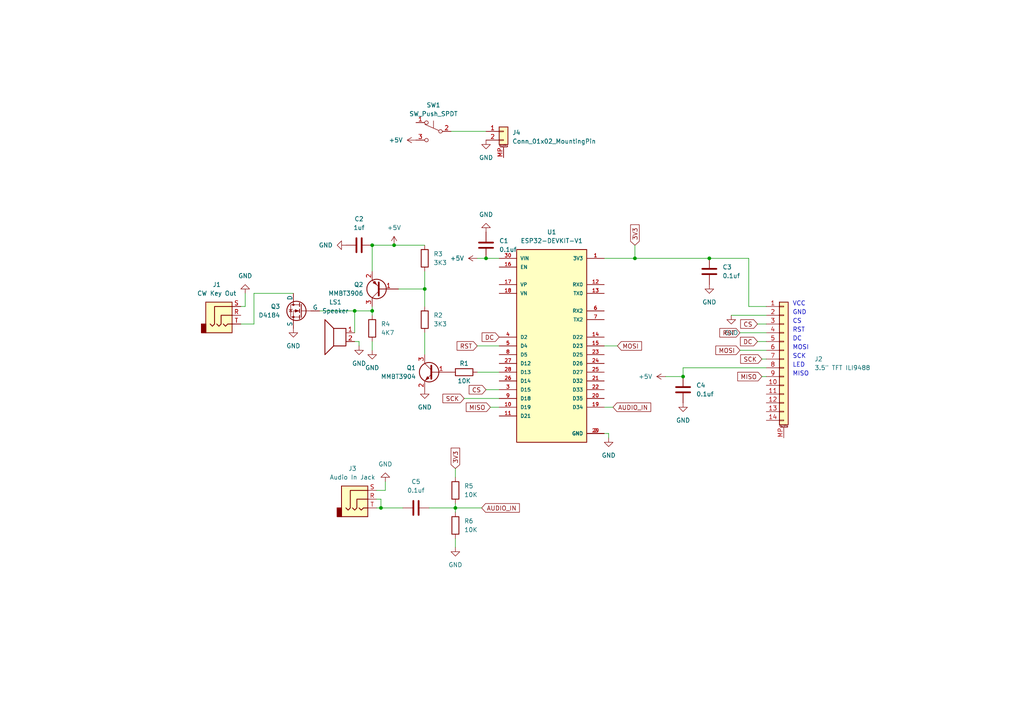
<source format=kicad_sch>
(kicad_sch (version 20230121) (generator eeschema)
  (paper "A4")
  (title_block (title "ESP32 Bluetooth Keyboard CW Keyer") (date "2024-12-27") (rev "2") (comment 1 "SMD PCD by atoughram") (comment 2 "Forked from jmharvey1"))
  (lib_symbols
    (symbol "Connector_Audio:AudioJack3"
      (property "Reference" "J" (at 0 8.89 0))
      (property "Value" "AudioJack3" (at 0 6.35 0))
      (symbol "AudioJack3_0_1"
        (rectangle (start -5.08 -5.08) (end -6.35 -2.54) (stroke (width 0.254)) (fill (type outline)))
        (polyline (pts (xy 0 -2.54) (xy 0.635 -3.175) (xy 1.27 -2.54) (xy 2.54 -2.54)) (stroke (width 0.254)))
        (polyline (pts (xy -1.905 -2.54) (xy -1.27 -3.175) (xy -0.635 -2.54) (xy -0.635 0) (xy 2.54 0)) (stroke (width 0.254)))
        (polyline (pts (xy 2.54 2.54) (xy -2.54 2.54) (xy -2.54 -2.54) (xy -3.175 -3.175) (xy -3.81 -2.54)) (stroke (width 0.254)))
        (rectangle (start 2.54 3.81) (end -5.08 -5.08) (stroke (width 0.254)) (fill (type background)))
      )
      (symbol "AudioJack3_1_1"
        (pin passive line (at 5.08 0 180) (length 2.54) (name "~") (number "R"))
        (pin passive line (at 5.08 2.54 180) (length 2.54) (name "~") (number "S"))
        (pin passive line (at 5.08 -2.54 180) (length 2.54) (name "~") (number "T"))
      )
    )
    (symbol "Connector_Generic_MountingPin:Conn_01x02_MountingPin" (pin_names (offset 1.016) hide)
      (property "Reference" "J" (at 0 2.54 0))
      (property "Value" "Conn_01x02_MountingPin" (at 1.27 -5.08 0))
      (symbol "Conn_01x02_MountingPin_1_1"
        (rectangle (start -1.27 -2.413) (end 0 -2.667) (stroke (width 0.1524)))
        (rectangle (start -1.27 0.127) (end 0 -0.127) (stroke (width 0.1524)))
        (rectangle (start -1.27 1.27) (end 1.27 -3.81) (stroke (width 0.254)) (fill (type background)))
        (polyline (pts (xy -1.016 -4.572) (xy 1.016 -4.572)) (stroke (width 0.1524)))
        (text "Mounting" (at 0 -4.191 0) (effects (font (size 0.381 0.381))))
        (pin passive line (at -5.08 0 0) (length 3.81) (name "Pin_1") (number "1"))
        (pin passive line (at -5.08 -2.54 0) (length 3.81) (name "Pin_2") (number "2"))
        (pin passive line (at 0 -7.62 90) (length 3.048) (name "MountPin") (number "MP"))
      )
    )
    (symbol "Connector_Generic_MountingPin:Conn_01x14_MountingPin" (pin_names (offset 1.016) hide)
      (property "Reference" "J" (at 0 17.78 0))
      (property "Value" "Conn_01x14_MountingPin" (at 1.27 -20.32 0))
      (symbol "Conn_01x14_MountingPin_1_1"
        (rectangle (start -1.27 -17.653) (end 0 -17.907) (stroke (width 0.1524)))
        (rectangle (start -1.27 -15.113) (end 0 -15.367) (stroke (width 0.1524)))
        (rectangle (start -1.27 -12.573) (end 0 -12.827) (stroke (width 0.1524)))
        (rectangle (start -1.27 -10.033) (end 0 -10.287) (stroke (width 0.1524)))
        (rectangle (start -1.27 -7.493) (end 0 -7.747) (stroke (width 0.1524)))
        (rectangle (start -1.27 -4.953) (end 0 -5.207) (stroke (width 0.1524)))
        (rectangle (start -1.27 -2.413) (end 0 -2.667) (stroke (width 0.1524)))
        (rectangle (start -1.27 0.127) (end 0 -0.127) (stroke (width 0.1524)))
        (rectangle (start -1.27 2.667) (end 0 2.413) (stroke (width 0.1524)))
        (rectangle (start -1.27 5.207) (end 0 4.953) (stroke (width 0.1524)))
        (rectangle (start -1.27 7.747) (end 0 7.493) (stroke (width 0.1524)))
        (rectangle (start -1.27 10.287) (end 0 10.033) (stroke (width 0.1524)))
        (rectangle (start -1.27 12.827) (end 0 12.573) (stroke (width 0.1524)))
        (rectangle (start -1.27 15.367) (end 0 15.113) (stroke (width 0.1524)))
        (rectangle (start -1.27 16.51) (end 1.27 -19.05) (stroke (width 0.254)) (fill (type background)))
        (polyline (pts (xy -1.016 -19.812) (xy 1.016 -19.812)) (stroke (width 0.1524)))
        (text "Mounting" (at 0 -19.431 0) (effects (font (size 0.381 0.381))))
        (pin passive line (at -5.08 15.24 0) (length 3.81) (name "Pin_1") (number "1"))
        (pin passive line (at -5.08 -7.62 0) (length 3.81) (name "Pin_10") (number "10"))
        (pin passive line (at -5.08 -10.16 0) (length 3.81) (name "Pin_11") (number "11"))
        (pin passive line (at -5.08 -12.7 0) (length 3.81) (name "Pin_12") (number "12"))
        (pin passive line (at -5.08 -15.24 0) (length 3.81) (name "Pin_13") (number "13"))
        (pin passive line (at -5.08 -17.78 0) (length 3.81) (name "Pin_14") (number "14"))
        (pin passive line (at -5.08 12.7 0) (length 3.81) (name "Pin_2") (number "2"))
        (pin passive line (at -5.08 10.16 0) (length 3.81) (name "Pin_3") (number "3"))
        (pin passive line (at -5.08 7.62 0) (length 3.81) (name "Pin_4") (number "4"))
        (pin passive line (at -5.08 5.08 0) (length 3.81) (name "Pin_5") (number "5"))
        (pin passive line (at -5.08 2.54 0) (length 3.81) (name "Pin_6") (number "6"))
        (pin passive line (at -5.08 0 0) (length 3.81) (name "Pin_7") (number "7"))
        (pin passive line (at -5.08 -2.54 0) (length 3.81) (name "Pin_8") (number "8"))
        (pin passive line (at -5.08 -5.08 0) (length 3.81) (name "Pin_9") (number "9"))
        (pin passive line (at 0 -22.86 90) (length 3.048) (name "MountPin") (number "MP"))
      )
    )
    (symbol "Device:C" (pin_numbers hide) (pin_names (offset 0.254))
      (property "Reference" "C" (at 0.635 2.54 0))
      (property "Value" "C" (at 0.635 -2.54 0))
      (symbol "C_0_1"
        (polyline (pts (xy -2.032 -0.762) (xy 2.032 -0.762)) (stroke (width 0.508)))
        (polyline (pts (xy -2.032 0.762) (xy 2.032 0.762)) (stroke (width 0.508)))
      )
      (symbol "C_1_1"
        (pin passive line (at 0 3.81 270) (length 2.794) (name "~") (number "1"))
        (pin passive line (at 0 -3.81 90) (length 2.794) (name "~") (number "2"))
      )
    )
    (symbol "Device:R" (pin_numbers hide) (pin_names (offset 0))
      (property "Reference" "R" (at 2.032 0 90))
      (property "Value" "R" (at 0 0 90))
      (symbol "R_0_1"
        (rectangle (start -1.016 -2.54) (end 1.016 2.54) (stroke (width 0.254)))
      )
      (symbol "R_1_1"
        (pin passive line (at 0 3.81 270) (length 1.27) (name "~") (number "1"))
        (pin passive line (at 0 -3.81 90) (length 1.27) (name "~") (number "2"))
      )
    )
    (symbol "Device:Speaker" (pin_names (offset 0) hide)
      (property "Reference" "LS" (at 1.27 5.715 0))
      (property "Value" "Speaker" (at 1.27 3.81 0))
      (symbol "Speaker_0_0"
        (rectangle (start -2.54 1.27) (end 1.016 -3.81) (stroke (width 0.254)))
        (polyline (pts (xy 1.016 1.27) (xy 3.556 3.81) (xy 3.556 -6.35) (xy 1.016 -3.81)) (stroke (width 0.254)))
      )
      (symbol "Speaker_1_1"
        (pin input line (at -5.08 0 0) (length 2.54) (name "1") (number "1"))
        (pin input line (at -5.08 -2.54 0) (length 2.54) (name "2") (number "2"))
      )
    )
    (symbol "ESP32-DEVKIT-V1:ESP32-DEVKIT-V1" (pin_names (offset 1.016))
      (property "Reference" "U" (at -10.16 30.48 0))
      (property "Value" "ESP32-DEVKIT-V1" (at -10.16 -30.48 0))
      (symbol "ESP32-DEVKIT-V1_0_0"
        (rectangle (start -10.16 -27.94) (end 10.16 27.94) (stroke (width 0.254)) (fill (type background)))
        (pin output line (at 15.24 25.4 180) (length 5.08) (name "3V3") (number "1"))
        (pin bidirectional line (at -15.24 -17.78 0) (length 5.08) (name "D19") (number "10"))
        (pin bidirectional line (at -15.24 -20.32 0) (length 5.08) (name "D21") (number "11"))
        (pin input line (at 15.24 17.78 180) (length 5.08) (name "RX0") (number "12"))
        (pin output line (at 15.24 15.24 180) (length 5.08) (name "TX0") (number "13"))
        (pin bidirectional line (at 15.24 2.54 180) (length 5.08) (name "D22") (number "14"))
        (pin bidirectional line (at 15.24 0 180) (length 5.08) (name "D23") (number "15"))
        (pin input line (at -15.24 22.86 0) (length 5.08) (name "EN") (number "16"))
        (pin bidirectional line (at -15.24 17.78 0) (length 5.08) (name "VP") (number "17"))
        (pin bidirectional line (at -15.24 15.24 0) (length 5.08) (name "VN") (number "18"))
        (pin bidirectional line (at 15.24 -17.78 180) (length 5.08) (name "D34") (number "19"))
        (pin power_in line (at 15.24 -25.4 180) (length 5.08) (name "GND") (number "2"))
        (pin bidirectional line (at 15.24 -15.24 180) (length 5.08) (name "D35") (number "20"))
        (pin bidirectional line (at 15.24 -10.16 180) (length 5.08) (name "D32") (number "21"))
        (pin bidirectional line (at 15.24 -12.7 180) (length 5.08) (name "D33") (number "22"))
        (pin bidirectional line (at 15.24 -2.54 180) (length 5.08) (name "D25") (number "23"))
        (pin bidirectional line (at 15.24 -5.08 180) (length 5.08) (name "D26") (number "24"))
        (pin bidirectional line (at 15.24 -7.62 180) (length 5.08) (name "D27") (number "25"))
        (pin bidirectional line (at -15.24 -10.16 0) (length 5.08) (name "D14") (number "26"))
        (pin bidirectional line (at -15.24 -5.08 0) (length 5.08) (name "D12") (number "27"))
        (pin bidirectional line (at -15.24 -7.62 0) (length 5.08) (name "D13") (number "28"))
        (pin power_in line (at 15.24 -25.4 180) (length 5.08) (name "GND") (number "29"))
        (pin bidirectional line (at -15.24 -12.7 0) (length 5.08) (name "D15") (number "3"))
        (pin input line (at -15.24 25.4 0) (length 5.08) (name "VIN") (number "30"))
        (pin bidirectional line (at -15.24 2.54 0) (length 5.08) (name "D2") (number "4"))
        (pin bidirectional line (at -15.24 0 0) (length 5.08) (name "D4") (number "5"))
        (pin input line (at 15.24 10.16 180) (length 5.08) (name "RX2") (number "6"))
        (pin output line (at 15.24 7.62 180) (length 5.08) (name "TX2") (number "7"))
        (pin bidirectional line (at -15.24 -2.54 0) (length 5.08) (name "D5") (number "8"))
        (pin bidirectional line (at -15.24 -15.24 0) (length 5.08) (name "D18") (number "9"))
      )
    )
    (symbol "Simulation_SPICE:NMOS" (pin_numbers hide) (pin_names (offset 0))
      (property "Reference" "Q3" (at 6.35 1.27 0))
      (property "Value" "D4184" (at 6.35 -1.27 0))
      (symbol "NMOS_0_1"
        (polyline (pts (xy 0.254 0) (xy -2.54 0)))
        (polyline (pts (xy 0.254 1.905) (xy 0.254 -1.905)) (stroke (width 0.254)))
        (polyline (pts (xy 0.762 -1.27) (xy 0.762 -2.286)) (stroke (width 0.254)))
        (polyline (pts (xy 0.762 0.508) (xy 0.762 -0.508)) (stroke (width 0.254)))
        (polyline (pts (xy 0.762 2.286) (xy 0.762 1.27)) (stroke (width 0.254)))
        (polyline (pts (xy 2.54 2.54) (xy 2.54 1.778)))
        (polyline (pts (xy 2.54 -2.54) (xy 2.54 0) (xy 0.762 0)))
        (polyline (pts (xy 0.762 -1.778) (xy 3.302 -1.778) (xy 3.302 1.778) (xy 0.762 1.778)))
        (polyline (pts (xy 1.016 0) (xy 2.032 0.381) (xy 2.032 -0.381) (xy 1.016 0)) (fill (type outline)))
        (polyline (pts (xy 2.794 0.508) (xy 2.921 0.381) (xy 3.683 0.381) (xy 3.81 0.254)))
        (polyline (pts (xy 3.302 0.381) (xy 2.921 -0.254) (xy 3.683 -0.254) (xy 3.302 0.381)))
        (circle (center 1.651 0) (radius 2.794) (stroke (width 0.254)))
        (circle (center 2.54 -1.778) (radius 0.254) (fill (type outline)))
        (circle (center 2.54 1.778) (radius 0.254) (fill (type outline)))
      )
      (symbol "NMOS_1_1"
        (pin input line (at -5.08 0 0) (length 2.54) (name "G") (number "1"))
        (pin passive line (at 2.54 5.08 270) (length 2.54) (name "D") (number "2"))
        (pin passive line (at 2.54 -5.08 90) (length 2.54) (name "S") (number "3"))
      )
    )
    (symbol "Switch:SW_Push_SPDT" (pin_names (offset 0) hide)
      (property "Reference" "SW" (at 0 4.318 0))
      (property "Value" "SW_Push_SPDT" (at 0 -5.08 0))
      (symbol "SW_Push_SPDT_0_0"
        (circle (center -2.032 0) (radius 0.508))
        (polyline (pts (xy 0 1.016) (xy 0 3.048)))
        (circle (center 2.032 -2.54) (radius 0.508))
      )
      (symbol "SW_Push_SPDT_0_1"
        (polyline (pts (xy -1.524 0.254) (xy 2.54 2.032)))
        (circle (center 2.032 2.54) (radius 0.508))
      )
      (symbol "SW_Push_SPDT_1_1"
        (pin passive line (at 5.08 2.54 180) (length 2.54) (name "A") (number "1"))
        (pin passive line (at -5.08 0 0) (length 2.54) (name "B") (number "2"))
        (pin passive line (at 5.08 -2.54 180) (length 2.54) (name "C") (number "3"))
      )
    )
    (symbol "Transistor_BJT:2N3904" (pin_names (offset 0) hide)
      (property "Reference" "Q1" (at 5.08 1.27 0))
      (property "Value" "MMBT3904" (at 5.08 -1.27 0))
      (symbol "2N3904_0_1"
        (polyline (pts (xy 0.635 0.635) (xy 2.54 2.54)))
        (polyline (pts (xy 0.635 -0.635) (xy 2.54 -2.54) (xy 2.54 -2.54)))
        (polyline (pts (xy 0.635 1.905) (xy 0.635 -1.905) (xy 0.635 -1.905)) (stroke (width 0.508)))
        (polyline (pts (xy 1.27 -1.778) (xy 1.778 -1.27) (xy 2.286 -2.286) (xy 1.27 -1.778) (xy 1.27 -1.778)) (fill (type outline)))
        (circle (center 1.27 0) (radius 2.8194) (stroke (width 0.254)))
      )
      (symbol "2N3904_1_1"
        (pin passive line (at -5.08 0 0) (length 5.715) (name "B") (number "1"))
        (pin passive line (at 2.54 -5.08 90) (length 2.54) (name "E") (number "2"))
        (pin passive line (at 2.54 5.08 270) (length 2.54) (name "C") (number "3"))
      )
    )
    (symbol "Transistor_BJT:2N3906" (pin_names (offset 0) hide)
      (property "Reference" "Q2" (at 5.08 -1.27 0))
      (property "Value" "MMBT3906" (at 5.08 1.27 0))
      (symbol "2N3906_0_1"
        (polyline (pts (xy 0.635 0.635) (xy 2.54 2.54)))
        (polyline (pts (xy 0.635 -0.635) (xy 2.54 -2.54) (xy 2.54 -2.54)))
        (polyline (pts (xy 0.635 1.905) (xy 0.635 -1.905) (xy 0.635 -1.905)) (stroke (width 0.508)))
        (polyline (pts (xy 2.286 -1.778) (xy 1.778 -2.286) (xy 1.27 -1.27) (xy 2.286 -1.778) (xy 2.286 -1.778)) (fill (type outline)))
        (circle (center 1.27 0) (radius 2.8194) (stroke (width 0.254)))
      )
      (symbol "2N3906_1_1"
        (pin input line (at -5.08 0 0) (length 5.715) (name "B") (number "1"))
        (pin passive line (at 2.54 -5.08 90) (length 2.54) (name "E") (number "2"))
        (pin passive line (at 2.54 5.08 270) (length 2.54) (name "C") (number "3"))
      )
    )
    (symbol "power:+5V" (power) (pin_names (offset 0))
      (property "Value" "+5V" (at 0 3.556 0))
      (symbol "+5V_0_1"
        (polyline (pts (xy -0.762 1.27) (xy 0 2.54)))
        (polyline (pts (xy 0 0) (xy 0 2.54)))
        (polyline (pts (xy 0 2.54) (xy 0.762 1.27)))
      )
      (symbol "+5V_1_1"
        (pin power_in line (at 0 0 90) (length 0) hide (name "+5V") (number "1"))
      )
    )
    (symbol "power:GND" (power) (pin_names (offset 0))
      (property "Value" "GND" (at 0 -3.81 0))
      (symbol "GND_0_1"
        (polyline (pts (xy 0 0) (xy 0 -1.27) (xy 1.27 -1.27) (xy 0 -2.54) (xy -1.27 -1.27) (xy 0 -1.27)))
      )
      (symbol "GND_1_1"
        (pin power_in line (at 0 0 270) (length 0) hide (name "GND") (number "1"))
      )
    )
  )
  (junction (at 205.74 74.93))
  (junction (at 123.19 83.82))
  (junction (at 140.97 74.93))
  (junction (at 114.3 71.12))
  (junction (at 110.49 147.32))
  (junction (at 198.12 109.22))
  (junction (at 107.95 90.17))
  (junction (at 184.15 74.93))
  (junction (at 107.95 71.12))
  (junction (at 132.08 147.32))
  (junction (at 102.87 90.17))
  (wire (pts (xy 123.19 71.12) (xy 114.3 71.12)))
  (wire (pts (xy 110.49 144.78) (xy 109.22 144.78)))
  (wire (pts (xy 85.09 85.09) (xy 73.66 85.09)))
  (wire (pts (xy 175.26 125.73) (xy 176.53 125.73)))
  (wire (pts (xy 109.22 147.32) (xy 110.49 147.32)))
  (wire (pts (xy 73.66 85.09) (xy 73.66 93.98)))
  (wire (pts (xy 138.43 100.33) (xy 144.78 100.33)))
  (wire (pts (xy 193.04 109.22) (xy 198.12 109.22)))
  (wire (pts (xy 140.97 113.03) (xy 144.78 113.03)))
  (wire (pts (xy 222.25 106.68) (xy 198.12 106.68)))
  (wire (pts (xy 107.95 101.6) (xy 107.95 99.06)))
  (wire (pts (xy 220.98 104.14) (xy 222.25 104.14)))
  (wire (pts (xy 104.14 100.33) (xy 104.14 99.06)))
  (wire (pts (xy 217.17 74.93) (xy 217.17 88.9)))
  (wire (pts (xy 132.08 135.89) (xy 132.08 138.43)))
  (wire (pts (xy 107.95 90.17) (xy 107.95 91.44)))
  (wire (pts (xy 214.63 96.52) (xy 222.25 96.52)))
  (wire (pts (xy 138.43 74.93) (xy 140.97 74.93)))
  (wire (pts (xy 219.71 93.98) (xy 222.25 93.98)))
  (wire (pts (xy 123.19 83.82) (xy 123.19 88.9)))
  (wire (pts (xy 184.15 71.12) (xy 184.15 74.93)))
  (wire (pts (xy 175.26 74.93) (xy 184.15 74.93)))
  (wire (pts (xy 214.63 101.6) (xy 222.25 101.6)))
  (wire (pts (xy 92.71 90.17) (xy 102.87 90.17)))
  (wire (pts (xy 132.08 146.05) (xy 132.08 147.32)))
  (wire (pts (xy 132.08 147.32) (xy 139.7 147.32)))
  (wire (pts (xy 69.85 93.98) (xy 73.66 93.98)))
  (wire (pts (xy 114.3 71.12) (xy 107.95 71.12)))
  (wire (pts (xy 123.19 96.52) (xy 123.19 102.87)))
  (wire (pts (xy 107.95 90.17) (xy 102.87 90.17)))
  (wire (pts (xy 132.08 147.32) (xy 132.08 148.59)))
  (wire (pts (xy 123.19 78.74) (xy 123.19 83.82)))
  (wire (pts (xy 110.49 147.32) (xy 110.49 144.78)))
  (wire (pts (xy 107.95 71.12) (xy 107.95 78.74)))
  (wire (pts (xy 184.15 74.93) (xy 205.74 74.93)))
  (wire (pts (xy 107.95 88.9) (xy 107.95 90.17)))
  (wire (pts (xy 110.49 147.32) (xy 116.84 147.32)))
  (wire (pts (xy 138.43 107.95) (xy 144.78 107.95)))
  (wire (pts (xy 71.12 85.09) (xy 71.12 88.9)))
  (wire (pts (xy 130.81 38.1) (xy 140.97 38.1)))
  (wire (pts (xy 132.08 156.21) (xy 132.08 158.75)))
  (wire (pts (xy 212.09 91.44) (xy 222.25 91.44)))
  (wire (pts (xy 198.12 106.68) (xy 198.12 109.22)))
  (wire (pts (xy 176.53 125.73) (xy 176.53 127)))
  (wire (pts (xy 219.71 99.06) (xy 222.25 99.06)))
  (wire (pts (xy 115.57 83.82) (xy 123.19 83.82)))
  (wire (pts (xy 104.14 99.06) (xy 102.87 99.06)))
  (wire (pts (xy 102.87 90.17) (xy 102.87 96.52)))
  (wire (pts (xy 175.26 118.11) (xy 177.8 118.11)))
  (wire (pts (xy 142.24 118.11) (xy 144.78 118.11)))
  (wire (pts (xy 109.22 142.24) (xy 111.76 142.24)))
  (wire (pts (xy 71.12 88.9) (xy 69.85 88.9)))
  (wire (pts (xy 220.98 109.22) (xy 222.25 109.22)))
  (wire (pts (xy 124.46 147.32) (xy 132.08 147.32)))
  (wire (pts (xy 217.17 88.9) (xy 222.25 88.9)))
  (wire (pts (xy 175.26 100.33) (xy 179.07 100.33)))
  (wire (pts (xy 111.76 142.24) (xy 111.76 139.7)))
  (wire (pts (xy 140.97 74.93) (xy 144.78 74.93)))
  (wire (pts (xy 134.62 115.57) (xy 144.78 115.57)))
  (wire (pts (xy 205.74 74.93) (xy 217.17 74.93)))
  (text "CS" (at 229.87 93.98 0) (effects (font (size 1.27 1.27)) (justify left bottom)))
  (text "LED" (at 229.87 106.68 0) (effects (font (size 1.27 1.27)) (justify left bottom)))
  (text "VCC" (at 229.87 88.9 0) (effects (font (size 1.27 1.27)) (justify left bottom)))
  (text "DC" (at 229.87 99.06 0) (effects (font (size 1.27 1.27)) (justify left bottom)))
  (text "RST\n" (at 229.87 96.52 0) (effects (font (size 1.27 1.27)) (justify left bottom)))
  (text "MISO" (at 229.87 109.22 0) (effects (font (size 1.27 1.27)) (justify left bottom)))
  (text "MOSI" (at 229.87 101.6 0) (effects (font (size 1.27 1.27)) (justify left bottom)))
  (text "SCK" (at 229.87 104.14 0) (effects (font (size 1.27 1.27)) (justify left bottom)))
  (text "GND" (at 229.87 91.44 0) (effects (font (size 1.27 1.27)) (justify left bottom)))
  (global_label "MISO" (shape input) (at 220.98 109.22 180) (property "Intersheetrefs" "${INTERSHEET_REFS}" (effects hide)))
  (global_label "3V3" (shape input) (at 132.08 135.89 90) (property "Intersheetrefs" "${INTERSHEET_REFS}" (effects hide)))
  (global_label "AUDIO_IN" (shape input) (at 139.7 147.32 0) (property "Intersheetrefs" "${INTERSHEET_REFS}" (effects hide)))
  (global_label "CS" (shape input) (at 140.97 113.03 180) (property "Intersheetrefs" "${INTERSHEET_REFS}" (effects hide)))
  (global_label "SCK" (shape input) (at 134.62 115.57 180) (property "Intersheetrefs" "${INTERSHEET_REFS}" (effects hide)))
  (global_label "DC" (shape input) (at 219.71 99.06 180) (property "Intersheetrefs" "${INTERSHEET_REFS}" (effects hide)))
  (global_label "CS" (shape input) (at 219.71 93.98 180) (property "Intersheetrefs" "${INTERSHEET_REFS}" (effects hide)))
  (global_label "MOSI" (shape input) (at 179.07 100.33 0) (property "Intersheetrefs" "${INTERSHEET_REFS}" (effects hide)))
  (global_label "DC" (shape input) (at 144.78 97.79 180) (property "Intersheetrefs" "${INTERSHEET_REFS}" (effects hide)))
  (global_label "RST" (shape input) (at 214.63 96.52 180) (property "Intersheetrefs" "${INTERSHEET_REFS}" (effects hide)))
  (global_label "3V3" (shape input) (at 184.15 71.12 90) (property "Intersheetrefs" "${INTERSHEET_REFS}" (effects hide)))
  (global_label "RST" (shape input) (at 138.43 100.33 180) (property "Intersheetrefs" "${INTERSHEET_REFS}" (effects hide)))
  (global_label "MISO" (shape input) (at 142.24 118.11 180) (property "Intersheetrefs" "${INTERSHEET_REFS}" (effects hide)))
  (global_label "MOSI" (shape input) (at 214.63 101.6 180) (property "Intersheetrefs" "${INTERSHEET_REFS}" (effects hide)))
  (global_label "AUDIO_IN" (shape input) (at 177.8 118.11 0) (property "Intersheetrefs" "${INTERSHEET_REFS}" (effects hide)))
  (global_label "SCK" (shape input) (at 220.98 104.14 180) (property "Intersheetrefs" "${INTERSHEET_REFS}" (effects hide)))
  (symbol (lib_id "power:+5V") (at 193.04 109.22 90) (unit 1)
    (property "Reference" "#PWR012" (effects hide))
    (property "Value" "+5V" (at 189.23 109.22 90) (effects (justify left)))
  )
  (symbol (lib_id "Connector_Generic_MountingPin:Conn_01x14_MountingPin") (at 227.33 104.14 0) (unit 1)
    (property "Reference" "J2" (at 236.22 104.14 0) (effects (justify left)))
    (property "Value" "3.5\" TFT ILI9488" (at 236.22 106.68 0) (effects (justify left)))
    (property "Footprint" "Connector_PinHeader_2.54mm:PinHeader_1x09_P2.54mm_Vertical" (effects hide))
  )
  (symbol (lib_id "Device:C") (at 198.12 113.03 0) (unit 1)
    (property "Reference" "C4" (at 201.93 111.76 0) (effects (justify left)))
    (property "Value" "0.1uf" (at 201.93 114.3 0) (effects (justify left)))
    (property "Footprint" "Capacitor_SMD:C_1206_3216Metric" (effects hide))
  )
  (symbol (lib_id "power:GND") (at 140.97 67.31 0) (mirror x) (unit 1)
    (property "Reference" "#PWR02" (effects hide))
    (property "Value" "GND" (at 140.97 62.23 0))
  )
  (symbol (lib_id "power:GND") (at 198.12 116.84 0) (unit 1)
    (property "Reference" "#PWR011" (effects hide))
    (property "Value" "GND" (at 198.12 121.92 0))
  )
  (symbol (lib_id "power:GND") (at 176.53 127 0) (unit 1)
    (property "Reference" "#PWR03" (effects hide))
    (property "Value" "GND" (at 176.53 132.08 0))
  )
  (symbol (lib_id "Connector_Audio:AudioJack3") (at 64.77 91.44 0) (unit 1)
    (property "Reference" "J1" (at 62.865 82.55 0))
    (property "Value" "CW Key Out" (at 62.865 85.09 0))
    (property "Footprint" "Connector_Audio:Jack_3.5mm_CUI_SJ1-3525N_Horizontal" (effects hide))
  )
  (symbol (lib_id "power:GND") (at 104.14 100.33 0) (unit 1)
    (property "Reference" "#PWR08" (effects hide))
    (property "Value" "GND" (at 104.14 105.41 0))
  )
  (symbol (lib_id "Device:R") (at 123.19 74.93 0) (unit 1)
    (property "Reference" "R3" (at 125.73 73.66 0) (effects (justify left)))
    (property "Value" "3K3" (at 125.73 76.2 0) (effects (justify left)))
    (property "Footprint" "Resistor_SMD:R_1206_3216Metric" (effects hide))
  )
  (symbol (lib_id "power:GND") (at 111.76 139.7 0) (mirror x) (unit 1)
    (property "Reference" "#PWR018" (effects hide))
    (property "Value" "GND" (at 111.76 134.62 0))
  )
  (symbol (lib_id "power:GND") (at 140.97 40.64 0) (unit 1)
    (property "Reference" "#PWR014" (effects hide))
    (property "Value" "GND" (at 140.97 45.72 0))
  )
  (symbol (lib_id "Transistor_BJT:2N3906") (at 110.49 83.82 180) (unit 1)
    (property "Reference" "Q2" (at 105.41 82.55 0) (effects (justify left)))
    (property "Value" "MMBT3906" (at 105.41 85.09 0) (effects (justify left)))
    (property "Footprint" "Package_TO_SOT_SMD:SOT-23" (effects hide))
    (property "Datasheet" "https://www.onsemi.com/pub/Collateral/2N3906-D.PDF" (effects hide))
  )
  (symbol (lib_id "Switch:SW_Push_SPDT") (at 125.73 38.1 0) (mirror y) (unit 1)
    (property "Reference" "SW1" (at 125.73 30.48 0))
    (property "Value" "SW_Push_SPDT" (at 125.73 33.02 0))
  )
  (symbol (lib_id "Device:C") (at 104.14 71.12 90) (unit 1)
    (property "Reference" "C2" (at 104.14 63.5 90))
    (property "Value" "1uf" (at 104.14 66.04 90))
    (property "Footprint" "Capacitor_SMD:C_1206_3216Metric" (effects hide))
  )
  (symbol (lib_id "Device:C") (at 120.65 147.32 90) (unit 1)
    (property "Reference" "C5" (at 120.65 139.7 90))
    (property "Value" "0.1uf" (at 120.65 142.24 90))
    (property "Footprint" "Capacitor_SMD:C_1206_3216Metric" (effects hide))
  )
  (symbol (lib_id "Connector_Generic_MountingPin:Conn_01x02_MountingPin") (at 146.05 38.1 0) (unit 1)
    (property "Reference" "J4" (at 148.59 38.4556 0) (effects (justify left)))
    (property "Value" "Conn_01x02_MountingPin" (at 148.59 40.9956 0) (effects (justify left)))
    (property "Footprint" "Connector_PinHeader_2.54mm:PinHeader_1x02_P2.54mm_Vertical" (effects hide))
  )
  (symbol (lib_id "Device:C") (at 140.97 71.12 0) (unit 1)
    (property "Reference" "C1" (at 144.78 69.85 0) (effects (justify left)))
    (property "Value" "0.1uf" (at 144.78 72.39 0) (effects (justify left)))
    (property "Footprint" "Capacitor_SMD:C_1206_3216Metric" (effects hide))
  )
  (symbol (lib_id "Connector_Audio:AudioJack3") (at 104.14 144.78 0) (unit 1)
    (property "Reference" "J3" (at 102.235 135.89 0))
    (property "Value" "Audio In Jack" (at 102.235 138.43 0))
    (property "Footprint" "Connector_Audio:Jack_3.5mm_CUI_SJ1-3525N_Horizontal" (effects hide))
  )
  (symbol (lib_id "Device:R") (at 132.08 152.4 0) (unit 1)
    (property "Reference" "R6" (at 134.62 151.13 0) (effects (justify left)))
    (property "Value" "10K" (at 134.62 153.67 0) (effects (justify left)))
    (property "Footprint" "Resistor_SMD:R_1206_3216Metric" (effects hide))
  )
  (symbol (lib_id "Transistor_BJT:2N3904") (at 125.73 107.95 0) (mirror y) (unit 1)
    (property "Reference" "Q1" (at 120.65 106.68 0) (effects (justify left)))
    (property "Value" "MMBT3904" (at 120.65 109.22 0) (effects (justify left)))
    (property "Footprint" "Package_TO_SOT_SMD:SOT-23" (effects hide))
    (property "Datasheet" "https://www.onsemi.com/pub/Collateral/2N3903-D.PDF" (effects hide))
  )
  (symbol (lib_id "power:+5V") (at 114.3 71.12 0) (unit 1)
    (property "Reference" "#PWR05" (effects hide))
    (property "Value" "+5V" (at 114.3 66.04 0))
  )
  (symbol (lib_id "power:GND") (at 71.12 85.09 0) (mirror x) (unit 1)
    (property "Reference" "#PWR017" (effects hide))
    (property "Value" "GND" (at 71.12 80.01 0))
  )
  (symbol (lib_id "Simulation_SPICE:NMOS") (at 87.63 90.17 0) (mirror y) (unit 1)
    (property "Reference" "Q3" (at 81.28 88.9 0) (effects (justify left)))
    (property "Value" "D4184" (at 81.28 91.44 0) (effects (justify left)))
    (property "Footprint" "Package_TO_SOT_SMD:TO-252-3_TabPin2" (effects hide))
    (property "Datasheet" "https://ngspice.sourceforge.io/docs/ngspice-manual.pdf" (effects hide))
    (property "Sim.Device" "NMOS" (effects hide))
    (property "Sim.Type" "VDMOS" (effects hide))
    (property "Sim.Pins" "1=G 2=D 3=S" (effects hide))
  )
  (symbol (lib_id "power:GND") (at 85.09 95.25 0) (unit 1)
    (property "Reference" "#PWR09" (effects hide))
    (property "Value" "GND" (at 85.09 100.33 0))
  )
  (symbol (lib_id "power:GND") (at 123.19 113.03 0) (unit 1)
    (property "Reference" "#PWR04" (effects hide))
    (property "Value" "GND" (at 123.19 118.11 0))
  )
  (symbol (lib_id "power:GND") (at 212.09 91.44 0) (unit 1)
    (property "Reference" "#PWR016" (effects hide))
    (property "Value" "GND" (at 212.09 96.52 0))
  )
  (symbol (lib_id "Device:Speaker") (at 97.79 96.52 0) (mirror y) (unit 1)
    (property "Reference" "LS1" (at 97.282 87.63 0))
    (property "Value" "Speaker" (at 97.282 90.17 0))
    (property "Footprint" "Buzzer_Beeper:Buzzer_12x9.5RM7.6" (effects hide))
  )
  (symbol (lib_id "Device:R") (at 134.62 107.95 90) (unit 1)
    (property "Reference" "R1" (at 134.62 105.41 90))
    (property "Value" "10K" (at 134.62 110.49 90))
    (property "Footprint" "Resistor_SMD:R_1206_3216Metric" (effects hide))
  )
  (symbol (lib_id "ESP32-DEVKIT-V1:ESP32-DEVKIT-V1") (at 160.02 100.33 0) (unit 1)
    (property "Reference" "U1" (at 160.02 67.31 0))
    (property "Value" "ESP32-DEVKIT-V1" (at 160.02 69.85 0))
    (property "Footprint" "ESP32-DEVKIT-V1:MODULE_ESP32_DEVKIT_V1" (effects hide))
    (property "MF" "Do it" (effects hide))
    (property "MAXIMUM_PACKAGE_HEIGHT" "6.8 mm" (effects hide))
    (property "Package" "None" (effects hide))
    (property "Price" "None" (effects hide))
    (property "Check_prices" "https://www.snapeda.com/parts/ESP32-DEVKIT-V1/Do+it/view-part/?ref=eda" (effects hide))
    (property "STANDARD" "Manufacturer Recommendations" (effects hide))
    (property "PARTREV" "N/A" (effects hide))
    (property "SnapEDA_Link" "https://www.snapeda.com/parts/ESP32-DEVKIT-V1/Do+it/view-part/?ref=snap" (effects hide))
    (property "MP" "ESP32-DEVKIT-V1" (effects hide))
    (property "Description" "\nDual core, Wi-Fi: 2.4 GHz up to 150 Mbits/s,BLE (Bluetooth Low Energy) and legacy Bluetooth, 32 bits, Up to 240 MHz\n" (effects hide))
    (property "Availability" "Not in stock" (effects hide))
    (property "MANUFACTURER" "DOIT" (effects hide))
  )
  (symbol (lib_id "Device:C") (at 205.74 78.74 0) (unit 1)
    (property "Reference" "C3" (at 209.55 77.47 0) (effects (justify left)))
    (property "Value" "0.1uf" (at 209.55 80.01 0) (effects (justify left)))
    (property "Footprint" "Capacitor_SMD:C_1206_3216Metric" (effects hide))
  )
  (symbol (lib_id "power:GND") (at 100.33 71.12 270) (unit 1)
    (property "Reference" "#PWR06" (effects hide))
    (property "Value" "GND" (at 96.52 71.12 90) (effects (justify right)))
  )
  (symbol (lib_id "Device:R") (at 107.95 95.25 0) (unit 1)
    (property "Reference" "R4" (at 110.49 93.98 0) (effects (justify left)))
    (property "Value" "4K7" (at 110.49 96.52 0) (effects (justify left)))
    (property "Footprint" "Resistor_SMD:R_1206_3216Metric" (effects hide))
  )
  (symbol (lib_id "power:GND") (at 132.08 158.75 0) (unit 1)
    (property "Reference" "#PWR013" (effects hide))
    (property "Value" "GND" (at 132.08 163.83 0))
  )
  (symbol (lib_id "Device:R") (at 132.08 142.24 0) (unit 1)
    (property "Reference" "R5" (at 134.62 140.97 0) (effects (justify left)))
    (property "Value" "10K" (at 134.62 143.51 0) (effects (justify left)))
    (property "Footprint" "Resistor_SMD:R_1206_3216Metric" (effects hide))
  )
  (symbol (lib_id "power:GND") (at 107.95 101.6 0) (unit 1)
    (property "Reference" "#PWR07" (effects hide))
    (property "Value" "GND" (at 107.95 106.68 0))
  )
  (symbol (lib_id "power:+5V") (at 120.65 40.64 90) (unit 1)
    (property "Reference" "#PWR015" (effects hide))
    (property "Value" "+5V" (at 116.84 40.64 90) (effects (justify left)))
  )
  (symbol (lib_id "power:+5V") (at 138.43 74.93 90) (unit 1)
    (property "Reference" "#PWR01" (effects hide))
    (property "Value" "+5V" (at 134.62 74.93 90) (effects (justify left)))
  )
  (symbol (lib_id "power:GND") (at 205.74 82.55 0) (unit 1)
    (property "Reference" "#PWR010" (effects hide))
    (property "Value" "GND" (at 205.74 87.63 0))
  )
  (symbol (lib_id "Device:R") (at 123.19 92.71 0) (unit 1)
    (property "Reference" "R2" (at 125.73 91.44 0) (effects (justify left)))
    (property "Value" "3K3" (at 125.73 93.98 0) (effects (justify left)))
    (property "Footprint" "Resistor_SMD:R_1206_3216Metric" (effects hide))
  )
)
</source>
